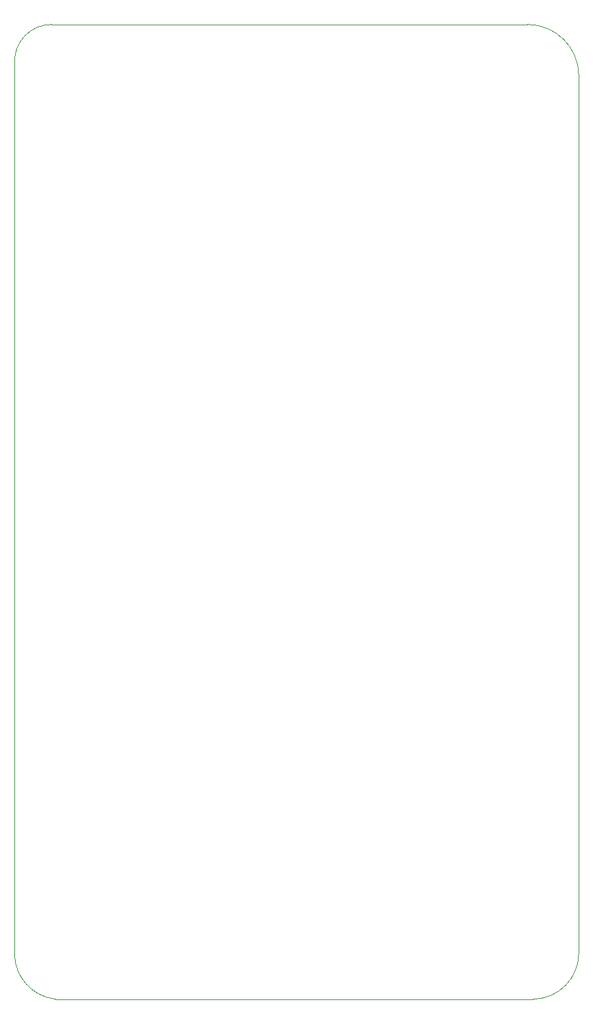
<source format=gbr>
G04 #@! TF.GenerationSoftware,KiCad,Pcbnew,(6.0.1)*
G04 #@! TF.CreationDate,2022-05-15T19:42:03-04:00*
G04 #@! TF.ProjectId,PiPicoMite01,50695069-636f-44d6-9974-6530312e6b69,2*
G04 #@! TF.SameCoordinates,Original*
G04 #@! TF.FileFunction,Profile,NP*
%FSLAX46Y46*%
G04 Gerber Fmt 4.6, Leading zero omitted, Abs format (unit mm)*
G04 Created by KiCad (PCBNEW (6.0.1)) date 2022-05-15 19:42:03*
%MOMM*%
%LPD*%
G01*
G04 APERTURE LIST*
G04 #@! TA.AperFunction,Profile*
%ADD10C,0.100000*%
G04 #@! TD*
G04 APERTURE END LIST*
D10*
X113030000Y-116332000D02*
X113030000Y-5842000D01*
X182880000Y-7620000D02*
G75*
G03*
X176530000Y-1270000I-6350000J0D01*
G01*
X117602000Y-1270000D02*
X176530000Y-1270000D01*
X113030000Y-116332000D02*
G75*
G03*
X118110000Y-121920000I5700806J79460D01*
G01*
X177165000Y-121920000D02*
G75*
G03*
X182880000Y-116205000I-1J5715001D01*
G01*
X177165000Y-121920000D02*
X118110000Y-121920000D01*
X117602000Y-1270000D02*
G75*
G03*
X113030000Y-5842000I1J-4572001D01*
G01*
X182880000Y-116205000D02*
X182880000Y-7620000D01*
M02*

</source>
